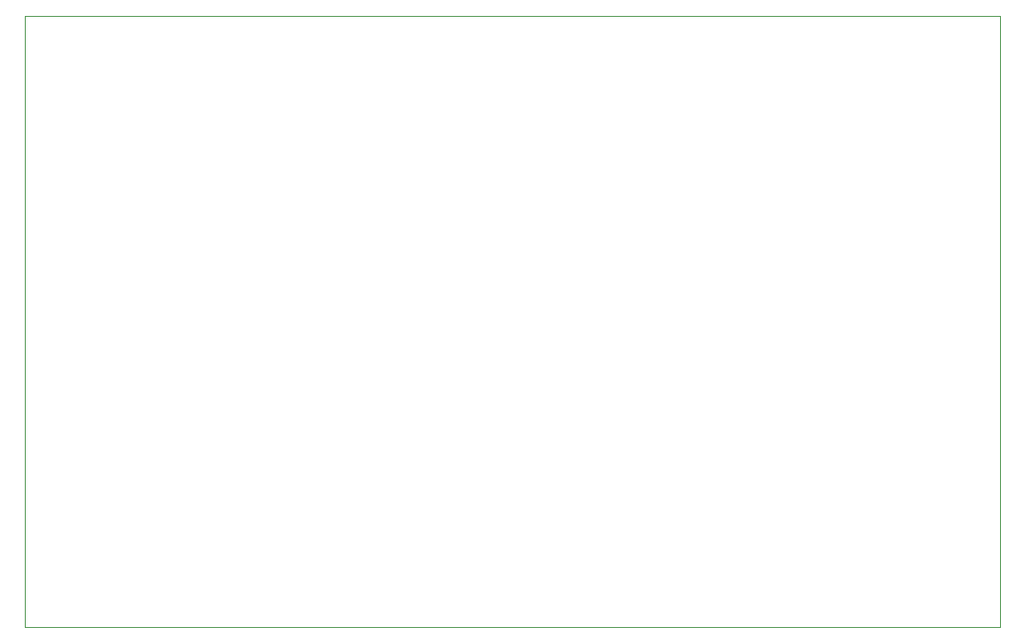
<source format=gbr>
%TF.GenerationSoftware,KiCad,Pcbnew,7.0.10*%
%TF.CreationDate,2024-04-15T15:28:51-04:00*%
%TF.ProjectId,PrawnBlaster_Connectorized,50726177-6e42-46c6-9173-7465725f436f,rev?*%
%TF.SameCoordinates,Original*%
%TF.FileFunction,Profile,NP*%
%FSLAX46Y46*%
G04 Gerber Fmt 4.6, Leading zero omitted, Abs format (unit mm)*
G04 Created by KiCad (PCBNEW 7.0.10) date 2024-04-15 15:28:51*
%MOMM*%
%LPD*%
G01*
G04 APERTURE LIST*
%TA.AperFunction,Profile*%
%ADD10C,0.100000*%
%TD*%
G04 APERTURE END LIST*
D10*
X87042000Y-57163800D02*
X180042000Y-57163800D01*
X180042000Y-115533200D01*
X87042000Y-115533200D01*
X87042000Y-57163800D01*
M02*

</source>
